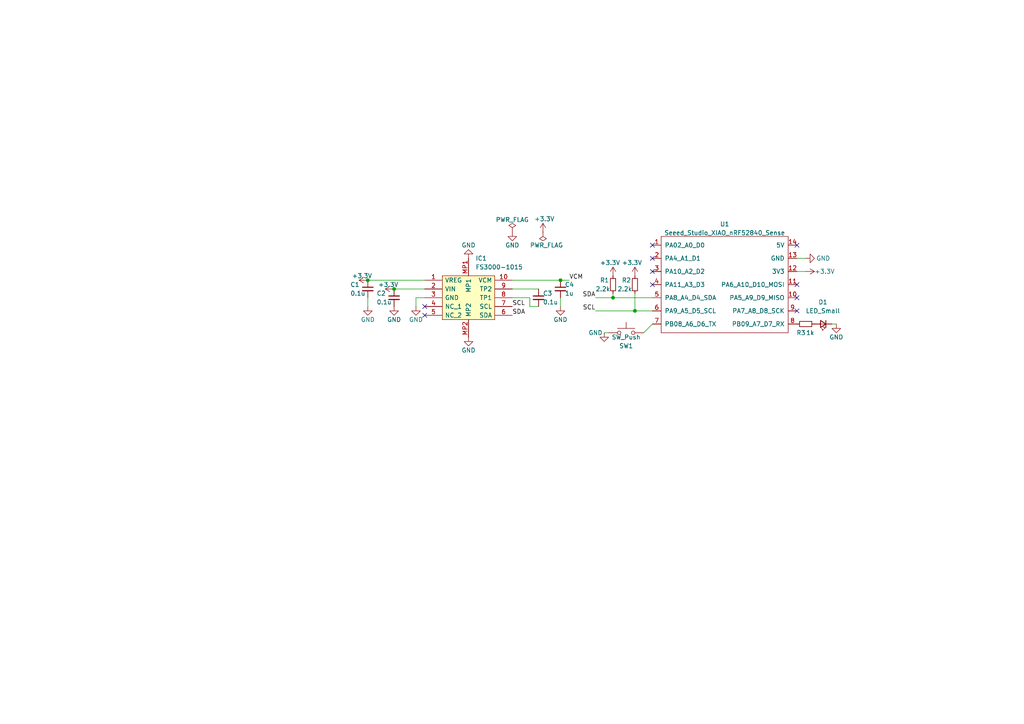
<source format=kicad_sch>
(kicad_sch (version 20211123) (generator eeschema)
  (paper "A4")
  (lib_symbols
    (symbol "Device:C_Small" (pin_numbers hide) (pin_names (offset 0.254) hide)
      (property "Reference" "C" (at 0.254 1.778 0))
      (property "Value" "C_Small" (at 0.254 -2.032 0))
      (symbol "C_Small_0_1"
        (polyline (pts (xy -1.524 -0.508) (xy 1.524 -0.508)) (stroke (width 0.3302)))
        (polyline (pts (xy -1.524 0.508) (xy 1.524 0.508)) (stroke (width 0.3048)))
      )
      (symbol "C_Small_1_1"
        (pin passive line (at 0 2.54 270) (length 2.032) (name "~") (number "1"))
        (pin passive line (at 0 -2.54 90) (length 2.032) (name "~") (number "2"))
      )
    )
    (symbol "Device:LED_Small" (pin_numbers hide) (pin_names (offset 0.254) hide)
      (property "Reference" "D" (at -1.27 3.175 0))
      (property "Value" "LED_Small" (at -4.445 -2.54 0))
      (symbol "LED_Small_0_1"
        (polyline (pts (xy -0.762 -1.016) (xy -0.762 1.016)) (stroke (width 0.254)))
        (polyline (pts (xy 1.016 0) (xy -0.762 0)))
        (polyline (pts (xy 0.762 -1.016) (xy -0.762 0) (xy 0.762 1.016) (xy 0.762 -1.016)) (stroke (width 0.254)))
        (polyline (pts (xy 0 0.762) (xy -0.508 1.27) (xy -0.254 1.27) (xy -0.508 1.27) (xy -0.508 1.016)))
        (polyline (pts (xy 0.508 1.27) (xy 0 1.778) (xy 0.254 1.778) (xy 0 1.778) (xy 0 1.524)))
      )
      (symbol "LED_Small_1_1"
        (pin passive line (at -2.54 0 0) (length 1.778) (name "K") (number "1"))
        (pin passive line (at 2.54 0 180) (length 1.778) (name "A") (number "2"))
      )
    )
    (symbol "Device:R_Small" (pin_numbers hide) (pin_names (offset 0.254) hide)
      (property "Reference" "R" (at 0.762 0.508 0))
      (property "Value" "R_Small" (at 0.762 -1.016 0))
      (symbol "R_Small_0_1"
        (rectangle (start -0.762 1.778) (end 0.762 -1.778) (stroke (width 0.2032)))
      )
      (symbol "R_Small_1_1"
        (pin passive line (at 0 2.54 270) (length 0.762) (name "~") (number "1"))
        (pin passive line (at 0 -2.54 90) (length 0.762) (name "~") (number "2"))
      )
    )
    (symbol "FS3000-1015:FS3000-1015" (pin_names (offset 0.762))
      (property "Reference" "IC" (at 31.75 3.81 0))
      (property "Value" "FS3000-1015" (at 31.75 1.27 0))
      (symbol "FS3000-1015_0_0"
        (pin passive line (at 0 0 0) (length 5.08) (name "VREG") (number "1"))
        (pin passive line (at 25.4 0 180) (length 5.08) (name "VCM") (number "10"))
        (pin passive line (at 0 -2.54 0) (length 5.08) (name "VIN") (number "2"))
        (pin passive line (at 0 -5.08 0) (length 5.08) (name "GND") (number "3"))
        (pin passive line (at 0 -7.62 0) (length 5.08) (name "NC_1") (number "4"))
        (pin passive line (at 0 -10.16 0) (length 5.08) (name "NC_2") (number "5"))
        (pin passive line (at 25.4 -10.16 180) (length 5.08) (name "SDA") (number "6"))
        (pin passive line (at 25.4 -7.62 180) (length 5.08) (name "SCL") (number "7"))
        (pin passive line (at 25.4 -5.08 180) (length 5.08) (name "TP1") (number "8"))
        (pin passive line (at 25.4 -2.54 180) (length 5.08) (name "TP2") (number "9"))
        (pin passive line (at 12.7 6.35 270) (length 5.08) (name "MP1") (number "MP1"))
        (pin passive line (at 12.7 -16.51 90) (length 5.08) (name "MP2") (number "MP2"))
      )
      (symbol "FS3000-1015_0_1"
        (rectangle (start 5.08 1.27) (end 20.32 -11.43) (fill (type background)))
      )
    )
    (symbol "Seeed_Studio_XIAO_nRF52840_Sense:Seeed_Studio_XIAO_nRF52840_Sense" (pin_names (offset 1.016))
      (property "Reference" "U" (at 0 -17.78 0))
      (property "Value" "Seeed_Studio_XIAO_nRF52840_Sense" (at -1.27 -15.24 0))
      (symbol "Seeed_Studio_XIAO_nRF52840_Sense_0_1"
        (rectangle (start -19.05 13.97) (end 17.78 -13.97))
      )
      (symbol "Seeed_Studio_XIAO_nRF52840_Sense_1_1"
        (pin unspecified line (at -21.59 11.43 0) (length 2.54) (name "PA02_A0_D0") (number "1"))
        (pin unspecified line (at 20.32 -3.81 180) (length 2.54) (name "PA5_A9_D9_MISO") (number "10"))
        (pin unspecified line (at 20.32 0 180) (length 2.54) (name "PA6_A10_D10_MOSI") (number "11"))
        (pin unspecified line (at 20.32 3.81 180) (length 2.54) (name "3V3") (number "12"))
        (pin unspecified line (at 20.32 7.62 180) (length 2.54) (name "GND") (number "13"))
        (pin unspecified line (at 20.32 11.43 180) (length 2.54) (name "5V") (number "14"))
        (pin unspecified line (at -21.59 7.62 0) (length 2.54) (name "PA4_A1_D1") (number "2"))
        (pin unspecified line (at -21.59 3.81 0) (length 2.54) (name "PA10_A2_D2") (number "3"))
        (pin unspecified line (at -21.59 0 0) (length 2.54) (name "PA11_A3_D3") (number "4"))
        (pin unspecified line (at -21.59 -3.81 0) (length 2.54) (name "PA8_A4_D4_SDA") (number "5"))
        (pin unspecified line (at -21.59 -7.62 0) (length 2.54) (name "PA9_A5_D5_SCL") (number "6"))
        (pin unspecified line (at -21.59 -11.43 0) (length 2.54) (name "PB08_A6_D6_TX") (number "7"))
        (pin unspecified line (at 20.32 -11.43 180) (length 2.54) (name "PB09_A7_D7_RX") (number "8"))
        (pin unspecified line (at 20.32 -7.62 180) (length 2.54) (name "PA7_A8_D8_SCK") (number "9"))
      )
    )
    (symbol "Switch:SW_Push" (pin_numbers hide) (pin_names (offset 1.016) hide)
      (property "Reference" "SW" (at 1.27 2.54 0))
      (property "Value" "SW_Push" (at 0 -1.524 0))
      (symbol "SW_Push_0_1"
        (circle (center -2.032 0) (radius 0.508))
        (polyline (pts (xy 0 1.27) (xy 0 3.048)))
        (polyline (pts (xy 2.54 1.27) (xy -2.54 1.27)))
        (circle (center 2.032 0) (radius 0.508))
        (pin passive line (at -5.08 0 0) (length 2.54) (name "1") (number "1"))
        (pin passive line (at 5.08 0 180) (length 2.54) (name "2") (number "2"))
      )
    )
    (symbol "power:+3.3V" (power) (pin_names (offset 0))
      (property "Value" "+3.3V" (at 0 3.556 0))
      (symbol "+3.3V_0_1"
        (polyline (pts (xy -0.762 1.27) (xy 0 2.54)))
        (polyline (pts (xy 0 0) (xy 0 2.54)))
        (polyline (pts (xy 0 2.54) (xy 0.762 1.27)))
      )
      (symbol "+3.3V_1_1"
        (pin power_in line (at 0 0 90) (length 0) hide (name "+3.3V") (number "1"))
      )
    )
    (symbol "power:GND" (power) (pin_names (offset 0))
      (property "Value" "GND" (at 0 -3.81 0))
      (symbol "GND_0_1"
        (polyline (pts (xy 0 0) (xy 0 -1.27) (xy 1.27 -1.27) (xy 0 -2.54) (xy -1.27 -1.27) (xy 0 -1.27)))
      )
      (symbol "GND_1_1"
        (pin power_in line (at 0 0 270) (length 0) hide (name "GND") (number "1"))
      )
    )
    (symbol "power:PWR_FLAG" (power) (pin_numbers hide) (pin_names (offset 0) hide)
      (property "Value" "PWR_FLAG" (at 0 3.81 0))
      (symbol "PWR_FLAG_0_0"
        (pin power_out line (at 0 0 90) (length 0) (name "pwr") (number "1"))
      )
      (symbol "PWR_FLAG_0_1"
        (polyline (pts (xy 0 0) (xy 0 1.27) (xy -1.016 1.905) (xy 0 2.54) (xy 1.016 1.905) (xy 0 1.27)))
      )
    )
  )
  (junction (at 184.15 90.17))
  (junction (at 162.56 81.28))
  (junction (at 177.8 86.36))
  (junction (at 114.3 83.82))
  (junction (at 106.68 81.28))
  (no_connect (at 123.19 88.9))
  (no_connect (at 189.23 71.12))
  (no_connect (at 189.23 82.55))
  (no_connect (at 123.19 91.44))
  (no_connect (at 189.23 78.74))
  (no_connect (at 231.14 90.17))
  (no_connect (at 231.14 86.36))
  (no_connect (at 231.14 82.55))
  (no_connect (at 231.14 71.12))
  (no_connect (at 189.23 74.93))
  (wire (pts (xy 241.3 93.98) (xy 242.57 93.98)))
  (wire (pts (xy 184.15 90.17) (xy 189.23 90.17)))
  (wire (pts (xy 177.8 85.09) (xy 177.8 86.36)))
  (wire (pts (xy 175.26 96.52) (xy 176.53 96.52)))
  (wire (pts (xy 120.65 86.36) (xy 123.19 86.36)))
  (wire (pts (xy 148.59 86.36) (xy 153.67 86.36)))
  (wire (pts (xy 162.56 88.9) (xy 162.56 86.36)))
  (wire (pts (xy 231.14 74.93) (xy 233.68 74.93)))
  (wire (pts (xy 186.69 96.52) (xy 189.23 93.98)))
  (wire (pts (xy 148.59 83.82) (xy 156.21 83.82)))
  (wire (pts (xy 114.3 83.82) (xy 123.19 83.82)))
  (wire (pts (xy 162.56 81.28) (xy 165.1 81.28)))
  (wire (pts (xy 231.14 78.74) (xy 233.68 78.74)))
  (wire (pts (xy 177.8 86.36) (xy 189.23 86.36)))
  (wire (pts (xy 148.59 81.28) (xy 162.56 81.28)))
  (wire (pts (xy 172.72 86.36) (xy 177.8 86.36)))
  (wire (pts (xy 172.72 90.17) (xy 184.15 90.17)))
  (wire (pts (xy 153.67 86.36) (xy 153.67 88.9)))
  (wire (pts (xy 120.65 88.9) (xy 120.65 86.36)))
  (wire (pts (xy 106.68 81.28) (xy 123.19 81.28)))
  (wire (pts (xy 153.67 88.9) (xy 156.21 88.9)))
  (wire (pts (xy 184.15 85.09) (xy 184.15 90.17)))
  (wire (pts (xy 106.68 88.9) (xy 106.68 86.36)))
  (label "SCL" (at 172.72 90.17 180))
  (label "SDA" (at 148.59 91.44 0))
  (label "VCM" (at 165.1 81.28 0))
  (label "SDA" (at 172.72 86.36 180))
  (label "SCL" (at 148.59 88.9 0))
  (symbol (lib_id "power:GND") (at 162.56 88.9 0) (unit 1)
    (property "Reference" "#PWR010" (effects hide))
    (property "Value" "GND" (at 162.56 92.71 0))
  )
  (symbol (lib_id "power:GND") (at 120.65 88.9 0) (unit 1)
    (property "Reference" "#PWR05" (effects hide))
    (property "Value" "GND" (at 120.65 92.71 0))
  )
  (symbol (lib_id "FS3000-1015:FS3000-1015") (at 123.19 81.28 0) (unit 1)
    (property "Reference" "IC1" (at 137.9094 74.93 0) (effects (justify left)))
    (property "Value" "FS3000-1015" (at 137.9094 77.47 0) (effects (justify left)))
    (property "Footprint" "FS3000-1015:FS3000-1015" (effects hide))
    (property "Datasheet" "https://www.renesas.com/us/en/document/dst/fs3000-datasheet?r=1395551" (effects hide))
    (property "Description" "Air Velocity Sensor Module Digital output: I2C Supply voltage: 3.3V, -20C to+85C, Module size: 8  9  3.7mm" (effects hide))
    (property "Height" "4" (effects hide))
    (property "Manufacturer_Name" "Renesas Electronics" (effects hide))
    (property "Manufacturer_Part_Number" "FS3000-1015" (effects hide))
    (property "Mouser Part Number" "972-FS3000-1015" (effects hide))
    (property "Mouser Price/Stock" "https://www.mouser.co.uk/ProductDetail/Renesas-IDT/FS3000-1015?qs=DPoM0jnrROUTWmVgwVMpEQ%3D%3D" (effects hide))
  )
  (symbol (lib_id "power:+3.3V") (at 177.8 80.01 0) (unit 1)
    (property "Reference" "#PWR012" (effects hide))
    (property "Value" "+3.3V" (at 173.99 76.2 0) (effects (justify left)))
  )
  (symbol (lib_id "power:GND") (at 135.89 97.79 0) (unit 1)
    (property "Reference" "#PWR07" (effects hide))
    (property "Value" "GND" (at 135.89 101.6 0))
  )
  (symbol (lib_id "power:GND") (at 242.57 93.98 0) (unit 1)
    (property "Reference" "#PWR016" (effects hide))
    (property "Value" "GND" (at 242.57 97.79 0))
  )
  (symbol (lib_id "power:GND") (at 175.26 96.52 0) (mirror y) (unit 1)
    (property "Reference" "#PWR011" (effects hide))
    (property "Value" "GND" (at 172.72 96.52 0))
  )
  (symbol (lib_id "Device:C_Small") (at 106.68 83.82 0) (unit 1)
    (property "Reference" "C1" (at 101.6 82.55 0) (effects (justify left)))
    (property "Value" "0.1u" (at 101.6 85.09 0) (effects (justify left)))
    (property "Footprint" "Capacitor_SMD:C_0603_1608Metric" (effects hide))
  )
  (symbol (lib_id "power:PWR_FLAG") (at 157.48 67.31 180) (unit 1)
    (property "Reference" "#FLG02" (effects hide))
    (property "Value" "PWR_FLAG" (at 153.67 71.12 0) (effects (justify right)))
  )
  (symbol (lib_id "power:+3.3V") (at 106.68 81.28 90) (unit 1)
    (property "Reference" "#PWR01" (effects hide))
    (property "Value" "+3.3V" (at 107.95 80.01 90) (effects (justify left)))
  )
  (symbol (lib_id "power:+3.3V") (at 157.48 67.31 0) (unit 1)
    (property "Reference" "#PWR09" (effects hide))
    (property "Value" "+3.3V" (at 154.94 63.5 0) (effects (justify left)))
  )
  (symbol (lib_id "power:GND") (at 114.3 88.9 0) (unit 1)
    (property "Reference" "#PWR04" (effects hide))
    (property "Value" "GND" (at 114.3 92.71 0))
  )
  (symbol (lib_id "Device:LED_Small") (at 238.76 93.98 180) (unit 1)
    (property "Reference" "D1" (at 238.6965 87.63 0))
    (property "Value" "LED_Small" (at 238.6965 90.17 0))
    (property "Footprint" "LED_SMD:LED_1206_3216Metric" (effects hide))
  )
  (symbol (lib_id "power:+3.3V") (at 233.68 78.74 270) (unit 1)
    (property "Reference" "#PWR015" (effects hide))
    (property "Value" "+3.3V" (at 236.22 78.74 90) (effects (justify left)))
  )
  (symbol (lib_id "power:+3.3V") (at 114.3 83.82 90) (unit 1)
    (property "Reference" "#PWR03" (effects hide))
    (property "Value" "+3.3V" (at 115.57 82.55 90) (effects (justify left)))
  )
  (symbol (lib_id "Device:C_Small") (at 156.21 86.36 0) (unit 1)
    (property "Reference" "C3" (at 157.48 85.09 0) (effects (justify left)))
    (property "Value" "0.1u" (at 157.48 87.63 0) (effects (justify left)))
    (property "Footprint" "Capacitor_SMD:C_0603_1608Metric" (effects hide))
  )
  (symbol (lib_id "Device:R_Small") (at 184.15 82.55 0) (unit 1)
    (property "Reference" "R2" (at 180.34 81.28 0) (effects (justify left)))
    (property "Value" "2.2k" (at 179.07 83.82 0) (effects (justify left)))
    (property "Footprint" "Resistor_SMD:R_0603_1608Metric" (effects hide))
  )
  (symbol (lib_id "Device:C_Small") (at 162.56 83.82 0) (unit 1)
    (property "Reference" "C4" (at 163.83 82.55 0) (effects (justify left)))
    (property "Value" "1u" (at 163.83 85.09 0) (effects (justify left)))
    (property "Footprint" "Capacitor_SMD:C_0603_1608Metric" (effects hide))
  )
  (symbol (lib_id "power:GND") (at 135.89 74.93 180) (unit 1)
    (property "Reference" "#PWR06" (effects hide))
    (property "Value" "GND" (at 135.89 71.12 0))
  )
  (symbol (lib_id "power:GND") (at 106.68 88.9 0) (unit 1)
    (property "Reference" "#PWR02" (effects hide))
    (property "Value" "GND" (at 106.68 92.71 0))
  )
  (symbol (lib_id "Device:R_Small") (at 233.68 93.98 90) (unit 1)
    (property "Reference" "R3" (at 233.68 96.52 90) (effects (justify left)))
    (property "Value" "1k" (at 236.22 96.52 90) (effects (justify left)))
    (property "Footprint" "Resistor_SMD:R_0603_1608Metric" (effects hide))
  )
  (symbol (lib_id "power:PWR_FLAG") (at 148.59 67.31 0) (unit 1)
    (property "Reference" "#FLG01" (effects hide))
    (property "Value" "PWR_FLAG" (at 148.59 63.7342 0))
  )
  (symbol (lib_id "Device:C_Small") (at 114.3 86.36 0) (unit 1)
    (property "Reference" "C2" (at 109.22 85.09 0) (effects (justify left)))
    (property "Value" "0.1u" (at 109.22 87.63 0) (effects (justify left)))
    (property "Footprint" "Capacitor_SMD:C_0603_1608Metric" (effects hide))
  )
  (symbol (lib_id "Switch:SW_Push") (at 181.61 96.52 0) (unit 1)
    (property "Reference" "SW1" (at 181.61 100.33 0))
    (property "Value" "SW_Push" (at 181.61 97.79 0))
    (property "Footprint" "Button_Switch_SMD:SW_Push_1P1T_NO_Vertical_Wuerth_434133025816" (effects hide))
  )
  (symbol (lib_id "Seeed_Studio_XIAO_nRF52840_Sense:Seeed_Studio_XIAO_nRF52840_Sense") (at 210.82 82.55 0) (unit 1)
    (property "Reference" "U1" (at 210.185 65.0072 0))
    (property "Value" "Seeed_Studio_XIAO_nRF52840_Sense" (at 210.185 67.5441 0))
    (property "Footprint" "Seeed_Studio_XIAO_nRF52840_Sense:Seeed_Studio_XIAO_nRF52840_Sense" (effects hide))
  )
  (symbol (lib_id "Device:R_Small") (at 177.8 82.55 0) (unit 1)
    (property "Reference" "R1" (at 173.99 81.28 0) (effects (justify left)))
    (property "Value" "2.2k" (at 172.72 83.82 0) (effects (justify left)))
    (property "Footprint" "Resistor_SMD:R_0603_1608Metric" (effects hide))
  )
  (symbol (lib_id "power:GND") (at 233.68 74.93 90) (unit 1)
    (property "Reference" "#PWR014" (effects hide))
    (property "Value" "GND" (at 238.76 74.93 90))
  )
  (symbol (lib_id "power:GND") (at 148.59 67.31 0) (unit 1)
    (property "Reference" "#PWR08" (effects hide))
    (property "Value" "GND" (at 148.59 71.12 0))
  )
  (symbol (lib_id "power:+3.3V") (at 184.15 80.01 0) (unit 1)
    (property "Reference" "#PWR013" (effects hide))
    (property "Value" "+3.3V" (at 180.34 76.2 0) (effects (justify left)))
  )
)
</source>
